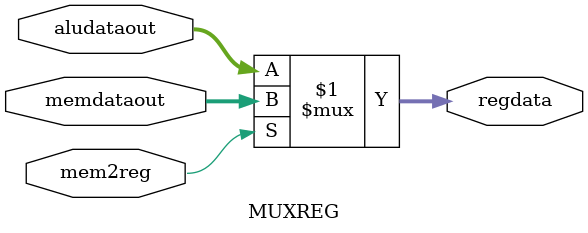
<source format=v>
module MUXREG(
    input [31:0] aludataout,
    input [31:0] memdataout,
    input mem2reg,
    
    output [31:0] regdata
);

    assign regdata = mem2reg ? memdataout : aludataout;

endmodule
</source>
